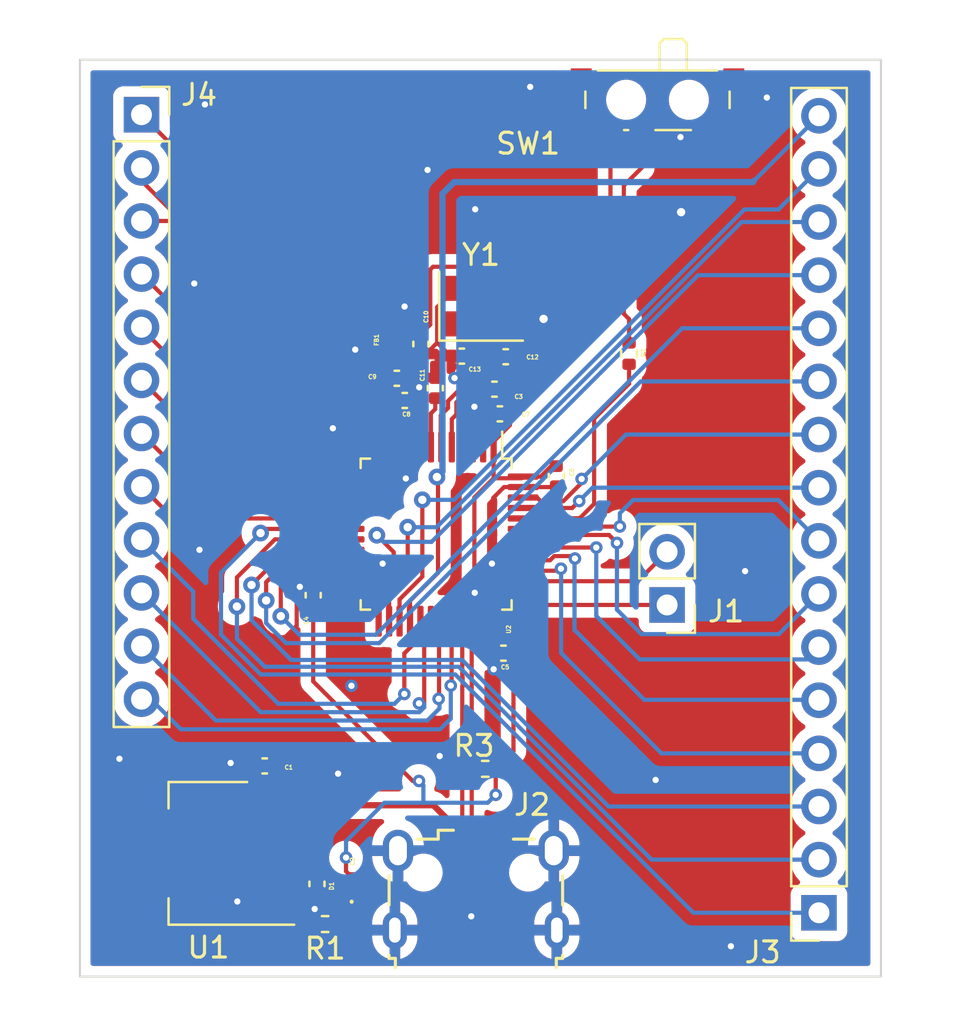
<source format=kicad_pcb>
(kicad_pcb (version 20211014) (generator pcbnew)
  (layers (0 "F.Cu" signal) (31 "B.Cu" signal) (34 "B.Paste" user) (35 "F.Paste" user) (36 "B.SilkS" user "B.Silkscreen") (37 "F.SilkS" user "F.Silkscreen") (38 "B.Mask" user) (39 "F.Mask" user) (44 "Edge.Cuts" user))
  (net 0 "")
  (net 1 "VBUS")
  (net 2 "GND")
  (net 3 "+3.3V")
  (net 4 "+3.3VA")
  (net 5 "/NRST")
  (net 6 "/HSE_IN")
  (net 7 "/HSE_OUT")
  (net 8 "Net-(D1-Pad1)")
  (net 9 "SWDIO")
  (net 10 "SWCLK")
  (net 11 "USB_D-")
  (net 12 "USB_D+")
  (net 14 "/SW BOOT0")
  (net 15 "Net-(R2-Pad2)")
  (net 19 "PB0")
  (net 20 "PB1")
  (net 21 "PB2")
  (net 22 "PB3")
  (net 23 "PB4")
  (net 24 "PB5")
  (net 25 "PB6")
  (net 26 "PB7")
  (net 27 "PB8")
  (net 28 "PB9")
  (net 29 "PB10")
  (net 30 "PB11")
  (net 31 "PB12")
  (net 32 "PB13")
  (net 33 "PB14")
  (net 34 "PB15")
  (net 35 "PA2")
  (net 36 "PA3")
  (net 37 "PA4")
  (net 38 "PA5")
  (net 39 "PA6")
  (net 40 "PA7")
  (net 41 "PA8")
  (net 42 "PA9")
  (net 43 "PA10")
  (net 44 "PA11")
  (net 45 "PA0")
  (net 46 "PA1")
  (footprint "Capacitor_SMD:C_0402_1005Metric" (layer "F.Cu") (at 149.38 92.05 180)
    (fp_text reference "C3")
    (fp_text value "10u")
  )
  (footprint "LED_SMD:LED_0201_0603Metric" (layer "F.Cu") (at 142.55 115.69 90)
    (fp_text reference "D1")
    (fp_text value "RED")
  )
  (footprint "Capacitor_SMD:C_0402_1005Metric" (layer "F.Cu") (at 144.71 91.53)
    (fp_text reference "C9")
    (fp_text value "1u")
  )
  (footprint "Capacitor_SMD:C_0402_1005Metric" (layer "F.Cu") (at 152.34 96.21 -90)
    (fp_text reference "C6")
    (fp_text value "100n")
  )
  (footprint "Resistor_SMD:R_0402_1005Metric" (layer "F.Cu") (at 155.82 90.35 -90)
    (fp_text reference "R2")
    (fp_text value "10k")
  )
  (footprint "Connector_PinSocket_2.54mm:PinSocket_1x16_P2.54mm_Vertical" (layer "F.Cu") (at 164.905 117.08 180)
    (fp_text reference "J3")
    (fp_text value "Conn_01x16_Male")
  )
  (footprint "Resistor_SMD:R_0402_1005Metric" (layer "F.Cu") (at 141.28 117.62 180)
    (fp_text reference "R1")
    (fp_text value "1K5")
  )
  (footprint "Capacitor_SMD:C_0402_1005Metric" (layer "F.Cu") (at 149.64 93.23 180)
    (fp_text reference "C7")
    (fp_text value "100n")
  )
  (footprint "Connector_PinHeader_2.54mm:PinHeader_1x02_P2.54mm_Vertical" (layer "F.Cu") (at 157.64 102.365 180)
    (fp_text reference "J1")
    (fp_text value "Conn_01x02_Female")
  )
  (footprint "Inductor_SMD:L_0402_1005Metric" (layer "F.Cu") (at 144.42 89.89 -90)
    (fp_text reference "FB1")
    (fp_text value "120R")
  )
  (footprint "Capacitor_SMD:C_0402_1005Metric" (layer "F.Cu") (at 140.71 101.9 90)
    (fp_text reference "C4")
    (fp_text value "100n")
  )
  (footprint "Package_QFP:LQFP-48_7x7mm_P0.5mm" (layer "F.Cu") (at 146.59 98.98 -90)
    (fp_text reference "U2")
    (fp_text value "STM32F103C8T6")
  )
  (footprint "Capacitor_SMD:C_0402_1005Metric" (layer "F.Cu") (at 145.09 92.59)
    (fp_text reference "C8")
    (fp_text value "100n")
  )
  (footprint "Capacitor_SMD:C_0402_1005Metric" (layer "F.Cu") (at 149.92 90.5)
    (fp_text reference "C12")
    (fp_text value "10p")
  )
  (footprint "Package_TO_SOT_SMD:SOT-223-3_TabPin2" (layer "F.Cu") (at 135.7 114.24 180)
    (fp_text reference "U1")
    (fp_text value "AMS1117-3.3")
  )
  (footprint "Connector_PinSocket_2.54mm:PinSocket_1x12_P2.54mm_Vertical" (layer "F.Cu") (at 132.495 78.93)
    (fp_text reference "J4")
    (fp_text value "Conn_01x12_Male")
  )
  (footprint "Crystal:Crystal_SMD_3225-4Pin_3.2x2.5mm" (layer "F.Cu") (at 148.74 88.08)
    (fp_text reference "Y1")
    (fp_text value "16MHz")
  )
  (footprint "Capacitor_SMD:C_0402_1005Metric" (layer "F.Cu") (at 138.39 110.06 180)
    (fp_text reference "C1")
    (fp_text value "22u")
  )
  (footprint "Resistor_SMD:R_0402_1005Metric" (layer "F.Cu") (at 148.94 110.2 180)
    (fp_text reference "R3")
    (fp_text value "1K5")
  )
  (footprint "Capacitor_SMD:C_0402_1005Metric" (layer "F.Cu") (at 147.82 90.47 180)
    (fp_text reference "C13")
    (fp_text value "10p")
  )
  (footprint "Capacitor_SMD:C_0402_1005Metric" (layer "F.Cu") (at 140.89 115.7 -90)
    (fp_text reference "C2")
    (fp_text value "22u")
  )
  (footprint "Capacitor_SMD:C_0402_1005Metric" (layer "F.Cu") (at 149.81 104.67 180)
    (fp_text reference "C5")
    (fp_text value "100n")
  )
  (footprint "Button_Switch_SMD:SW_SPDT_PCM12" (layer "F.Cu") (at 157.18 78.545 180)
    (fp_text reference "SW1")
    (fp_text value "SW_SPDT")
  )
  (footprint "Capacitor_SMD:C_0402_1005Metric" (layer "F.Cu") (at 145.86 89.89 -90)
    (fp_text reference "C10")
    (fp_text value "1u")
  )
  (footprint "Capacitor_SMD:C_0402_1005Metric" (layer "F.Cu") (at 146.55 92 90)
    (fp_text reference "C11")
    (fp_text value "100n")
  )
  (footprint "Connector_USB:USB_Micro-B_Wuerth_629105150521" (layer "F.Cu") (at 148.49 115.96)
    (fp_text reference "J2")
    (fp_text value "USB_B_Micro")
  )
  (gr_rect (start 167.87 120.13) (end 129.55 76.3) (layer "Edge.Cuts") (width 0.1) (fill none))
  (segment (start 147.19 114.06) (end 147.19 112.67) (width 0.3) (layer "F.Cu") (net 1))
  (segment (start 147.19 112.67) (end 146.46 111.94) (width 0.3) (layer "F.Cu") (net 1))
  (segment (start 146.46 111.94) (end 138.85 111.94) (width 0.3) (layer "F.Cu") (net 1))
  (segment (start 138.85 110.27) (end 138.85 111.94) (width 0.2) (layer "F.Cu") (net 1))
  (segment (start 147.34 91.39) (end 147.47 91.52) (width 0.2) (layer "F.Cu") (net 2))
  (segment (start 148.9 91.54) (end 148.9 92.05) (width 0.2) (layer "F.Cu") (net 2))
  (segment (start 146.64 88.13) (end 147.54 87.23) (width 0.2) (layer "F.Cu") (net 2))
  (segment (start 139.92 101.81) (end 140.31 101.42) (width 0.2) (layer "F.Cu") (net 2))
  (segment (start 159.43 82.47) (end 159.43 79.975) (width 0.2) (layer "F.Cu") (net 2))
  (segment (start 145.57 91.91) (end 145.19 91.53) (width 0.2) (layer "F.Cu") (net 2))
  (segment (start 138.14 110.06) (end 138.14 105.13995) (width 0.2) (layer "F.Cu") (net 2))
  (segment (start 147.34 90.47) (end 147.34 91.39) (width 0.2) (layer "F.Cu") (net 2))
  (segment (start 150.7525 96.73) (end 152.3 96.73) (width 0.2) (layer "F.Cu") (net 2))
  (segment (start 140.890001 116.18) (end 140.530001 116.54) (width 0.2) (layer "F.Cu") (net 2))
  (segment (start 149.33 104.67) (end 148.84 104.18) (width 0.2) (layer "F.Cu") (net 2))
  (segment (start 140.77 117.62) (end 140.28 117.13) (width 0.2) (layer "F.Cu") (net 2))
  (segment (start 148.84 104.18) (end 148.84 103.1425) (width 0.2) (layer "F.Cu") (net 2))
  (segment (start 146.64 89.83) (end 146.64 88.13) (width 0.2) (layer "F.Cu") (net 2))
  (segment (start 145.19 91.53) (end 145.19 91.04) (width 0.2) (layer "F.Cu") (net 2))
  (segment (start 152.3 96.73) (end 152.34 96.69) (width 0.2) (layer "F.Cu") (net 2))
  (segment (start 147.54 87.23) (end 147.64 87.23) (width 0.2) (layer "F.Cu") (net 2))
  (segment (start 148.9 92.97) (end 149.16 93.23) (width 0.2) (layer "F.Cu") (net 2))
  (segment (start 149.770984 91.31) (end 149.13 91.31) (width 0.2) (layer "F.Cu") (net 2))
  (segment (start 146.1 90.37) (end 146.64 89.83) (width 0.2) (layer "F.Cu") (net 2))
  (segment (start 145.96 91.52) (end 146.55 91.52) (width 0.2) (layer "F.Cu") (net 2))
  (segment (start 138.85 116.54) (end 136.690001 114.380001) (width 0.2) (layer "F.Cu") (net 2))
  (segment (start 140.28 117.13) (end 139.44 117.13) (width 0.2) (layer "F.Cu") (net 2))
  (segment (start 136.690001 110.97) (end 137.6 110.06) (width 0.2) (layer "F.Cu") (net 2))
  (segment (start 150.7525 96.73) (end 149.84 96.73) (width 0.2) (layer "F.Cu") (net 2))
  (segment (start 148.84 102.184584) (end 148.437708 101.782292) (width 0.2) (layer "F.Cu") (net 2))
  (segment (start 149.84 96.73) (end 149.32 97.25) (width 0.2) (layer "F.Cu") (net 2))
  (segment (start 145.84 94.8175) (end 145.84 95.62) (width 0.2) (layer "F.Cu") (net 2))
  (segment (start 151.73 88.69) (end 150.08 88.69) (width 0.2) (layer "F.Cu") (net 2))
  (segment (start 139.44 117.13) (end 138.85 116.54) (width 0.2) (layer "F.Cu") (net 2))
  (segment (start 140.530001 116.54) (end 138.85 116.54) (width 0.2) (layer "F.Cu") (net 2))
  (segment (start 150.4 89.49) (end 149.84 88.93) (width 0.2) (layer "F.Cu") (net 2))
  (segment (start 147.34 90.47) (end 147.28 90.47) (width 0.2) (layer "F.Cu") (net 2))
  (segment (start 138.14 105.13995) (end 139.92 103.35995) (width 0.2) (layer "F.Cu") (net 2))
  (segment (start 140.9 101.23) (end 140.71 101.42) (width 0.2) (layer "F.Cu") (net 2))
  (segment (start 136.690001 114.380001) (end 136.690001 110.97) (width 0.2) (layer "F.Cu") (net 2))
  (segment (start 142.4275 101.23) (end 140.9 101.23) (width 0.2) (layer "F.Cu") (net 2))
  (segment (start 148.84 103.1425) (end 148.84 102.184584) (width 0.2) (layer "F.Cu") (net 2))
  (segment (start 150.4 90.5) (end 150.4 89.49) (width 0.2) (layer "F.Cu") (net 2))
  (segment (start 150.4 90.5) (end 150.4 90.680984) (width 0.2) (layer "F.Cu") (net 2))
  (segment (start 145.57 92.59) (end 145.57 91.91) (width 0.2) (layer "F.Cu") (net 2))
  (segment (start 158.31 83.59) (end 159.43 82.47) (width 0.2) (layer "F.Cu") (net 2))
  (segment (start 148.9 92.05) (end 148.9 92.97) (width 0.2) (layer "F.Cu") (net 2))
  (segment (start 145.84 92.86) (end 145.57 92.59) (width 0.2) (layer "F.Cu") (net 2))
  (segment (start 139.92 103.35995) (end 139.92 101.81) (width 0.2) (layer "F.Cu") (net 2))
  (segment (start 149.13 91.31) (end 148.9 91.54) (width 0.2) (layer "F.Cu") (net 2))
  (segment (start 150.4 90.680984) (end 149.770984 91.31) (width 0.2) (layer "F.Cu") (net 2))
  (segment (start 145.84 95.62) (end 145.14 96.32) (width 0.2) (layer "F.Cu") (net 2))
  (segment (start 145.86 90.37) (end 146.1 90.37) (width 0.2) (layer "F.Cu") (net 2))
  (segment (start 150.08 88.69) (end 149.84 88.93) (width 0.2) (layer "F.Cu") (net 2))
  (segment (start 145.19 91.04) (end 145.86 90.37) (width 0.2) (layer "F.Cu") (net 2))
  (segment (start 145.84 94.8175) (end 145.84 92.86) (width 0.2) (layer "F.Cu") (net 2))
  (segment (start 140.31 101.42) (end 140.71 101.42) (width 0.2) (layer "F.Cu") (net 2))
  (segment (start 145.57 91.91) (end 145.96 91.52) (width 0.2) (layer "F.Cu") (net 2))
  (segment (start 142.4275 101.23) (end 143.19 101.23) (width 0.2) (layer "F.Cu") (net 2))
  (segment (start 137.6 110.06) (end 138.14 110.06) (width 0.2) (layer "F.Cu") (net 2))
  (segment (start 143.19 101.23) (end 144.03 100.39) (width 0.2) (layer "F.Cu") (net 2))
  (segment (start 147.28 90.47) (end 146.64 89.83) (width 0.2) (layer "F.Cu") (net 2))
  (via (at 148.46 83.45) (size 0.6) (drill 0.3) (layers "F.Cu" "B.Cu") (net 2))
  (via (at 157.09 110.73) (size 0.6) (drill 0.3) (layers "F.Cu" "B.Cu") (net 2))
  (via (at 147.47 91.52) (size 0.6) (drill 0.3) (layers "F.Cu" "B.Cu") (net 2))
  (via (at 162.41 78.11) (size 0.6) (drill 0.3) (layers "F.Cu" "B.Cu") (net 2))
  (via (at 148.437708 101.782292) (size 0.6) (drill 0.3) (layers "F.Cu" "B.Cu") (net 2))
  (via (at 148.27 117.25) (size 0.6) (drill 0.3) (layers "F.Cu" "B.Cu") (net 2))
  (via (at 148.42 92.89) (size 0.6) (drill 0.3) (layers "F.Cu" "B.Cu") (net 2))
  (via (at 141.9 110.43) (size 0.6) (drill 0.3) (layers "F.Cu" "B.Cu") (net 2))
  (via (at 140.78 116.9) (size 0.6) (drill 0.3) (layers "F.Cu" "B.Cu") (net 2))
  (via (at 141.65 93.92) (size 0.6) (drill 0.3) (layers "F.Cu" "B.Cu") (net 2))
  (via (at 145.78 91.96) (size 0.6) (drill 0.3) (layers "F.Cu" "B.Cu") (net 2))
  (via (at 142.72 90.16) (size 0.6) (drill 0.3) (layers "F.Cu" "B.Cu") (net 2))
  (via (at 149.26 100.39) (size 0.6) (drill 0.3) (layers "F.Cu" "B.Cu") (net 2))
  (via (at 135.27 99.73) (size 0.6) (drill 0.3) (layers "F.Cu" "B.Cu") (net 2))
  (via (at 135.53 78.44) (size 0.6) (drill 0.3) (layers "F.Cu" "B.Cu") (net 2))
  (via (at 149.34 105.44) (size 0.6) (drill 0.3) (layers "F.Cu" "B.Cu") (net 2))
  (via (at 144.03 100.39) (size 0.6) (drill 0.3) (layers "F.Cu" "B.Cu") (net 2))
  (via (at 151.73 88.69) (size 0.8) (drill 0.4) (layers "F.Cu" "B.Cu") (net 2))
  (via (at 158.31 83.59) (size 0.8) (drill 0.4) (layers "F.Cu" "B.Cu") (net 2))
  (via (at 161.37 100.75) (size 0.6) (drill 0.3) (layers "F.Cu" "B.Cu") (net 2))
  (via (at 160.69 118.68) (size 0.6) (drill 0.3) (layers "F.Cu" "B.Cu") (net 2))
  (via (at 137.08 116.54) (size 0.6) (drill 0.3) (layers "F.Cu" "B.Cu") (net 2))
  (via (at 131.44 109.72) (size 0.6) (drill 0.3) (layers "F.Cu" "B.Cu") (net 2))
  (via (at 136.76 109.92) (size 0.6) (drill 0.3) (layers "F.Cu" "B.Cu") (net 2))
  (via (at 145.14 96.32) (size 0.6) (drill 0.3) (layers "F.Cu" "B.Cu") (net 2))
  (via (at 146.18 81.57) (size 0.6) (drill 0.3) (layers "F.Cu" "B.Cu") (net 2))
  (via (at 151.09 77.6) (size 0.6) (drill 0.3) (layers "F.Cu" "B.Cu") (net 2))
  (via (at 140.07 101.5) (size 0.6) (drill 0.3) (layers "F.Cu" "B.Cu") (net 2))
  (via (at 145.08 88.1) (size 0.6) (drill 0.3) (layers "F.Cu" "B.Cu") (net 2))
  (via (at 158.28 80) (size 0.6) (drill 0.3) (layers "F.Cu" "B.Cu") (net 2))
  (via (at 142.54 106.23) (size 0.6) (drill 0.3) (layers "F.Cu" "B.Cu") (net 2))
  (via (at 146.76 109.59) (size 0.6) (drill 0.3) (layers "F.Cu" "B.Cu") (net 2))
  (via (at 135.02 87) (size 0.6) (drill 0.3) (layers "F.Cu" "B.Cu") (net 2))
  (segment (start 157.97 83.93) (end 157.85 83.93) (width 0.2) (layer "B.Cu") (net 2))
  (segment (start 158.31 83.59) (end 157.97 83.93) (width 0.2) (layer "B.Cu") (net 2))
  (segment (start 157.85 83.93) (end 153.09 88.69) (width 0.2) (layer "B.Cu") (net 2))
  (segment (start 153.09 88.69) (end 151.73 88.69) (width 0.2) (layer "B.Cu") (net 2))
  (segment (start 149.86 92.05) (end 150.77 92.05) (width 0.2) (layer "F.Cu") (net 3))
  (segment (start 149.34 103.1425) (end 149.34 101.94) (width 0.2) (layer "F.Cu") (net 3))
  (segment (start 148.42 97.23) (end 149.34 96.31) (width 0.2) (layer "F.Cu") (net 3))
  (segment (start 150.12 93.77) (end 150.12 93.23) (width 0.2) (layer "F.Cu") (net 3))
  (segment (start 154.91 87.97) (end 154.93 87.95) (width 0.2) (layer "F.Cu") (net 3))
  (segment (start 150.7525 96.23) (end 151.59 96.23) (width 0.2) (layer "F.Cu") (net 3))
  (segment (start 151.19 86.2) (end 146.44 86.2) (width 0.2) (layer "F.Cu") (net 3))
  (segment (start 152.505 90.315) (end 152.37 90.18) (width 0.2) (layer "F.Cu") (net 3))
  (segment (start 132.55 116.17) (end 134.547 118.167) (width 0.2) (layer "F.Cu") (net 3))
  (segment (start 149.34 94.8175) (end 149.34 94.55) (width 0.2) (layer "F.Cu") (net 3))
  (segment (start 149.86 92.97) (end 150.12 93.23) (width 0.2) (layer "F.Cu") (net 3))
  (segment (start 151.59 96.23) (end 152.09 95.73) (width 0.2) (layer "F.Cu") (net 3))
  (segment (start 140.71 102.38) (end 141.7775 102.38) (width 0.2) (layer "F.Cu") (net 3))
  (segment (start 152.37 87.38) (end 151.19 86.2) (width 0.2) (layer "F.Cu") (net 3))
  (segment (start 142.66 115.37) (end 142.55 115.37) (width 0.2) (layer "F.Cu") (net 3))
  (segment (start 145.855 89.405) (end 145.86 89.41) (width 0.2) (layer "F.Cu") (net 3))
  (segment (start 142.28 114.44) (end 142.28 115.1) (width 0.2) (layer "F.Cu") (net 3))
  (segment (start 140.71 102.38) (end 140.71 106.02) (width 0.2) (layer "F.Cu") (net 3))
  (segment (start 154.93 87.95) (end 154.93 79.975) (width 0.2) (layer "F.Cu") (net 3))
  (segment (start 132.55 114.24) (end 132.55 116.17) (width 0.2) (layer "F.Cu") (net 3))
  (segment (start 146.31 86.33) (end 146.31 88.96) (width 0.2) (layer "F.Cu") (net 3))
  (segment (start 142.510001 115.355) (end 141.025 115.355) (width 0.2) (layer "F.Cu") (net 3))
  (segment (start 140.89 115.22) (end 140.89 115) (width 0.2) (layer "F.Cu") (net 3))
  (segment (start 142.143 118.167) (end 142.977 117.333) (width 0.2) (layer "F.Cu") (net 3))
  (segment (start 153.025 89.795) (end 154.85 87.97) (width 0.2) (layer "F.Cu") (net 3))
  (segment (start 152.37 90.18) (end 152.37 87.38) (width 0.2) (layer "F.Cu") (net 3))
  (segment (start 152.505 90.315) (end 153.025 89.795) (width 0.2) (layer "F.Cu") (net 3))
  (segment (start 146.31 88.96) (end 145.86 89.41) (width 0.2) (layer "F.Cu") (net 3))
  (segment (start 154.85 87.97) (end 154.91 87.97) (width 0.2) (layer "F.Cu") (net 3))
  (segment (start 149.34 103.72) (end 150.29 104.67) (width 0.2) (layer "F.Cu") (net 3))
  (segment (start 149.86 92.05) (end 149.86 92.97) (width 0.2) (layer "F.Cu") (net 3))
  (segment (start 149.34 101.94) (end 148.42 101.02) (width 0.2) (layer "F.Cu") (net 3))
  (segment (start 144.42 89.405) (end 145.855 89.405) (width 0.2) (layer "F.Cu") (net 3))
  (segment (start 149.45 110.2) (end 150.29 109.36) (width 0.2) (layer "F.Cu") (net 3))
  (segment (start 146.44 86.2) (end 146.31 86.33) (width 0.2) (layer "F.Cu") (net 3))
  (segment (start 141.025 115.355) (end 140.89 115.22) (width 0.2) (layer "F.Cu") (net 3))
  (segment (start 150.29 109.36) (end 150.29 104.67) (width 0.2) (layer "F.Cu") (net 3))
  (segment (start 140.71 106.02) (end 145.47 110.78) (width 0.2) (layer "F.Cu") (net 3))
  (segment (start 149.34 94.55) (end 150.12 93.77) (width 0.2) (layer "F.Cu") (net 3))
  (segment (start 150.77 92.05) (end 152.505 90.315) (width 0.2) (layer "F.Cu") (net 3))
  (segment (start 148.42 101.02) (end 148.42 97.23) (width 0.2) (layer "F.Cu") (net 3))
  (segment (start 141.7775 102.38) (end 142.4275 101.73) (width 0.2) (layer "F.Cu") (net 3))
  (segment (start 149.34 96.31) (end 150.6725 96.31) (width 0.2) (layer "F.Cu") (net 3))
  (segment (start 140.13 114.24) (end 138.85 114.24) (width 0.2) (layer "F.Cu") (net 3))
  (segment (start 149.34 103.1425) (end 149.34 103.72) (width 0.2) (layer "F.Cu") (net 3))
  (segment (start 149.34 96.31) (end 149.34 94.8175) (width 0.2) (layer "F.Cu") (net 3))
  (segment (start 145.47 110.78) (end 145.77 110.78) (width 0.2) (layer "F.Cu") (net 3))
  (segment (start 152.09 95.73) (end 152.34 95.73) (width 0.2) (layer "F.Cu") (net 3))
  (segment (start 149.44 111.44) (end 149.44 110.21) (width 0.2) (layer "F.Cu") (net 3))
  (segment (start 140.89 115) (end 140.13 114.24) (width 0.2) (layer "F.Cu") (net 3))
  (segment (start 142.977 115.687) (end 142.66 115.37) (width 0.2) (layer "F.Cu") (net 3))
  (segment (start 149.44 110.21) (end 149.45 110.2) (width 0.2) (layer "F.Cu") (net 3))
  (segment (start 142.28 115.1) (end 142.55 115.37) (width 0.2) (layer "F.Cu") (net 3))
  (segment (start 150.6725 96.31) (end 150.7525 96.23) (width 0.2) (layer "F.Cu") (net 3))
  (segment (start 142.977 117.333) (end 142.977 115.687) (width 0.2) (layer "F.Cu") (net 3))
  (segment (start 134.547 118.167) (end 142.143 118.167) (width 0.2) (layer "F.Cu") (net 3))
  (via (at 149.44 111.44) (size 0.6) (drill 0.3) (layers "F.Cu" "B.Cu") (net 3))
  (via (at 145.77 110.78) (size 0.6) (drill 0.3) (layers "F.Cu" "B.Cu") (net 3))
  (via (at 142.28 114.44) (size 0.6) (drill 0.3) (layers "F.Cu" "B.Cu") (net 3))
  (segment (start 145.98 110.99) (end 145.77 110.78) (width 0.2) (layer "B.Cu") (net 3))
  (segment (start 142.28 113.66) (end 144.12 111.82) (width 0.2) (layer "B.Cu") (net 3))
  (segment (start 145.98 111.82) (end 149.06 111.82) (width 0.2) (layer "B.Cu") (net 3))
  (segment (start 142.28 114.44) (end 142.28 113.66) (width 0.2) (layer "B.Cu") (net 3))
  (segment (start 145.98 111.82) (end 145.98 110.99) (width 0.2) (layer "B.Cu") (net 3))
  (segment (start 144.12 111.82) (end 145.98 111.82) (width 0.2) (layer "B.Cu") (net 3))
  (segment (start 149.06 111.82) (end 149.44 111.44) (width 0.2) (layer "B.Cu") (net 3))
  (segment (start 144.17 92.15) (end 144.17 91.59) (width 0.2) (layer "F.Cu") (net 4))
  (segment (start 144.61 92.99) (end 144.61 92.59) (width 0.2) (layer "F.Cu") (net 4))
  (segment (start 145.22 93.92967) (end 145.34 94.04967) (width 0.2) (layer "F.Cu") (net 4))
  (segment (start 145.22 93.92967) (end 145.22 93.6) (width 0.2) (layer "F.Cu") (net 4))
  (segment (start 145.22 93.6) (end 144.61 92.99) (width 0.2) (layer "F.Cu") (net 4))
  (segment (start 144.17 91.59) (end 144.23 91.53) (width 0.2) (layer "F.Cu") (net 4))
  (segment (start 144.23 90.565) (end 144.42 90.375) (width 0.2) (layer "F.Cu") (net 4))
  (segment (start 144.23 91.53) (end 144.23 90.565) (width 0.2) (layer "F.Cu") (net 4))
  (segment (start 145.34 94.04967) (end 145.34 94.8175) (width 0.2) (layer "F.Cu") (net 4))
  (segment (start 144.61 92.59) (end 144.17 92.15) (width 0.2) (layer "F.Cu") (net 4))
  (segment (start 146.55 92.48) (end 146.55 93) (width 0.2) (layer "F.Cu") (net 5))
  (segment (start 146.55 93) (end 146.34 93.21) (width 0.2) (layer "F.Cu") (net 5))
  (segment (start 146.34 93.21) (end 146.34 94.8175) (width 0.2) (layer "F.Cu") (net 5))
  (segment (start 147.34 93.48) (end 147.56 93.26) (width 0.2) (layer "F.Cu") (net 6))
  (segment (start 148.84 90.13) (end 148.84 88.13) (width 0.2) (layer "F.Cu") (net 6))
  (segment (start 147.34 94.8175) (end 147.34 93.48) (width 0.2) (layer "F.Cu") (net 6))
  (segment (start 147.56 93.26) (end 147.56 92.68) (width 0.2) (layer "F.Cu") (net 6))
  (segment (start 147.56 92.68) (end 148.393 91.847) (width 0.2) (layer "F.Cu") (net 6))
  (segment (start 148.393 91.547) (end 149.44 90.5) (width 0.2) (layer "F.Cu") (net 6))
  (segment (start 149.74 87.23) (end 149.84 87.23) (width 0.2) (layer "F.Cu") (net 6))
  (segment (start 148.84 88.13) (end 149.74 87.23) (width 0.2) (layer "F.Cu") (net 6))
  (segment (start 148.393 91.847) (end 148.393 91.547) (width 0.2) (layer "F.Cu") (net 6))
  (segment (start 149.21 90.5) (end 148.84 90.13) (width 0.2) (layer "F.Cu") (net 6))
  (segment (start 149.44 90.5) (end 149.21 90.5) (width 0.2) (layer "F.Cu") (net 6))
  (segment (start 147.16 92.95) (end 146.81 93.3) (width 0.2) (layer "F.Cu") (net 7))
  (segment (start 148.3 90.47) (end 148.3 91.177552) (width 0.2) (layer "F.Cu") (net 7))
  (segment (start 148.066 91.711552) (end 147.16 92.617552) (width 0.2) (layer "F.Cu") (net 7))
  (segment (start 146.81 93.3) (end 146.81 94.7875) (width 0.2) (layer "F.Cu") (net 7))
  (segment (start 148.3 91.177552) (end 148.066 91.411552) (width 0.2) (layer "F.Cu") (net 7))
  (segment (start 148.066 91.411552) (end 148.066 91.711552) (width 0.2) (layer "F.Cu") (net 7))
  (segment (start 147.16 92.617552) (end 147.16 92.95) (width 0.2) (layer "F.Cu") (net 7))
  (segment (start 146.81 94.7875) (end 146.84 94.8175) (width 0.2) (layer "F.Cu") (net 7))
  (segment (start 148.3 90.47) (end 148.3 89.59) (width 0.2) (layer "F.Cu") (net 7))
  (segment (start 148.3 89.59) (end 147.64 88.93) (width 0.2) (layer "F.Cu") (net 7))
  (segment (start 141.79 117.62) (end 141.79 116.715001) (width 0.2) (layer "F.Cu") (net 8))
  (segment (start 141.79 116.715001) (end 142.510001 115.995) (width 0.2) (layer "F.Cu") (net 8))
  (segment (start 150.7525 101.73) (end 151.3875 102.365) (width 0.2) (layer "F.Cu") (net 9))
  (segment (start 151.3875 102.365) (end 157.64 102.365) (width 0.2) (layer "F.Cu") (net 9))
  (segment (start 156.235 101.23) (end 157.64 99.825) (width 0.2) (layer "F.Cu") (net 10))
  (segment (start 150.7525 101.23) (end 156.235 101.23) (width 0.2) (layer "F.Cu") (net 10))
  (segment (start 147.84 106.275291) (end 147.857 106.258291) (width 0.2) (layer "F.Cu") (net 11))
  (segment (start 147.857 106.258291) (end 147.857 105.821709) (width 0.2) (layer "F.Cu") (net 11))
  (segment (start 147.84 114.06) (end 147.84 106.275291) (width 0.2) (layer "F.Cu") (net 11))
  (segment (start 147.857 105.821709) (end 147.84 105.804709) (width 0.2) (layer "F.Cu") (net 11))
  (segment (start 147.84 105.804709) (end 147.84 103.1425) (width 0.2) (layer "F.Cu") (net 11))
  (segment (start 148.290001 105.618341) (end 148.290001 103.192499) (width 0.2) (layer "F.Cu") (net 12))
  (segment (start 148.292 105.62034) (end 148.290001 105.618341) (width 0.2) (layer "F.Cu") (net 12))
  (segment (start 148.49 114.06) (end 148.292 113.862) (width 0.2) (layer "F.Cu") (net 12))
  (segment (start 148.290001 103.192499) (end 148.34 103.1425) (width 0.2) (layer "F.Cu") (net 12))
  (segment (start 148.292 113.862) (end 148.292 105.62034) (width 0.2) (layer "F.Cu") (net 12))
  (segment (start 155.82 88.7) (end 155.57 88.45) (width 0.2) (layer "F.Cu") (net 14))
  (segment (start 155.57 88.45) (end 155.57 82.32) (width 0.2) (layer "F.Cu") (net 14))
  (segment (start 155.82 89.84) (end 155.82 88.7) (width 0.2) (layer "F.Cu") (net 14))
  (segment (start 155.57 82.32) (end 156.43 81.46) (width 0.2) (layer "F.Cu") (net 14))
  (segment (start 156.43 81.46) (end 156.43 79.975) (width 0.2) (layer "F.Cu") (net 14))
  (segment (start 154.15 93.46) (end 154.15 97.53) (width 0.2) (layer "F.Cu") (net 15))
  (segment (start 155.82 90.86) (end 155.82 91.79) (width 0.2) (layer "F.Cu") (net 15))
  (segment (start 154.15 97.53) (end 153.46 98.22) (width 0.2) (layer "F.Cu") (net 15))
  (segment (start 155.82 91.79) (end 154.15 93.46) (width 0.2) (layer "F.Cu") (net 15))
  (segment (start 153.46 98.22) (end 150.7625 98.22) (width 0.2) (layer "F.Cu") (net 15))
  (segment (start 150.7625 98.22) (end 150.7525 98.23) (width 0.2) (layer "F.Cu") (net 15))
  (segment (start 138.39 98.73) (end 142.4275 98.73) (width 0.2) (layer "F.Cu") (net 19))
  (segment (start 138.1905 98.9295) (end 138.39 98.73) (width 0.2) (layer "F.Cu") (net 19))
  (via (at 138.1905 98.9295) (size 0.8) (drill 0.4) (layers "F.Cu" "B.Cu") (net 19))
  (segment (start 158.895291 117.08) (end 164.905 117.08) (width 0.2) (layer "B.Cu") (net 19))
  (segment (start 138.1905 98.9295) (end 136.3 100.82) (width 0.2) (layer "B.Cu") (net 19))
  (segment (start 136.3 103.784314) (end 138.205686 105.69) (width 0.2) (layer "B.Cu") (net 19))
  (segment (start 147.505291 105.69) (end 158.895291 117.08) (width 0.2) (layer "B.Cu") (net 19))
  (segment (start 136.3 100.82) (end 136.3 103.784314) (width 0.2) (layer "B.Cu") (net 19))
  (segment (start 138.205686 105.69) (end 147.505291 105.69) (width 0.2) (layer "B.Cu") (net 19))
  (segment (start 137.06 101.04995) (end 137.06 102.44) (width 0.2) (layer "F.Cu") (net 20))
  (segment (start 142.4275 99.23) (end 138.87995 99.23) (width 0.2) (layer "F.Cu") (net 20))
  (segment (start 138.87995 99.23) (end 137.06 101.04995) (width 0.2) (layer "F.Cu") (net 20))
  (via (at 137.06 102.44) (size 0.8) (drill 0.4) (layers "F.Cu" "B.Cu") (net 20))
  (segment (start 137.06 102.44) (end 137.06 103.978628) (width 0.2) (layer "B.Cu") (net 20))
  (segment (start 156.9 114.54) (end 164.905 114.54) (width 0.2) (layer "B.Cu") (net 20))
  (segment (start 137.06 103.978628) (end 138.401372 105.32) (width 0.2) (layer "B.Cu") (net 20))
  (segment (start 138.401372 105.32) (end 147.68 105.32) (width 0.2) (layer "B.Cu") (net 20))
  (segment (start 147.68 105.32) (end 156.9 114.54) (width 0.2) (layer "B.Cu") (net 20))
  (segment (start 137.7595 101.41) (end 137.76 101.41) (width 0.2) (layer "F.Cu") (net 21))
  (segment (start 139.44 99.73) (end 142.4275 99.73) (width 0.2) (layer "F.Cu") (net 21))
  (segment (start 137.76 101.41) (end 139.44 99.73) (width 0.2) (layer "F.Cu") (net 21))
  (via (at 137.7595 101.41) (size 0.8) (drill 0.4) (layers "F.Cu" "B.Cu") (net 21))
  (segment (start 147.833 104.993) (end 154.84 112) (width 0.2) (layer "B.Cu") (net 21))
  (segment (start 137.76 103.1) (end 139.653 104.993) (width 0.2) (layer "B.Cu") (net 21))
  (segment (start 137.76 101.4105) (end 137.76 103.1) (width 0.2) (layer "B.Cu") (net 21))
  (segment (start 154.84 112) (end 164.905 112) (width 0.2) (layer "B.Cu") (net 21))
  (segment (start 139.653 104.993) (end 147.833 104.993) (width 0.2) (layer "B.Cu") (net 21))
  (segment (start 137.7595 101.41) (end 137.76 101.4105) (width 0.2) (layer "B.Cu") (net 21))
  (segment (start 152.56 100.6305) (end 152.4605 100.73) (width 0.2) (layer "F.Cu") (net 22))
  (segment (start 152.4605 100.73) (end 150.7525 100.73) (width 0.2) (layer "F.Cu") (net 22))
  (via (at 152.56 100.6305) (size 0.6) (drill 0.3) (layers "F.Cu" "B.Cu") (net 22))
  (segment (start 152.57 104.66) (end 157.37 109.46) (width 0.2) (layer "B.Cu") (net 22))
  (segment (start 152.56 100.6305) (end 152.57 100.6405) (width 0.2) (layer "B.Cu") (net 22))
  (segment (start 157.37 109.46) (end 164.905 109.46) (width 0.2) (layer "B.Cu") (net 22))
  (segment (start 152.57 100.6405) (end 152.57 104.66) (width 0.2) (layer "B.Cu") (net 22))
  (segment (start 152.04 100.23) (end 150.7525 100.23) (width 0.2) (layer "F.Cu") (net 23))
  (segment (start 152.2395 100.0305) (end 152.04 100.23) (width 0.2) (layer "F.Cu") (net 23))
  (segment (start 153.23 100.1465) (end 153.114 100.0305) (width 0.2) (layer "F.Cu") (net 23))
  (segment (start 153.114 100.0305) (end 152.2395 100.0305) (width 0.2) (layer "F.Cu") (net 23))
  (via (at 153.23 100.1465) (size 0.6) (drill 0.3) (layers "F.Cu" "B.Cu") (net 23))
  (segment (start 153.21 103.56) (end 156.55 106.9) (width 0.2) (layer "B.Cu") (net 23))
  (segment (start 156.55 106.9) (end 164.885 106.9) (width 0.2) (layer "B.Cu") (net 23))
  (segment (start 153.21 100.1665) (end 153.21 103.56) (width 0.2) (layer "B.Cu") (net 23))
  (segment (start 153.23 100.1465) (end 153.21 100.1665) (width 0.2) (layer "B.Cu") (net 23))
  (segment (start 164.885 106.9) (end 164.905 106.92) (width 0.2) (layer "B.Cu") (net 23))
  (segment (start 152.084314 99.62) (end 154.25 99.62) (width 0.2) (layer "F.Cu") (net 24))
  (segment (start 150.7525 99.73) (end 151.974314 99.73) (width 0.2) (layer "F.Cu") (net 24))
  (segment (start 151.974314 99.73) (end 152.084314 99.62) (width 0.2) (layer "F.Cu") (net 24))
  (via (at 154.25 99.62) (size 0.6) (drill 0.3) (layers "F.Cu" "B.Cu") (net 24))
  (segment (start 164.315 104.97) (end 164.905 104.38) (width 0.2) (layer "B.Cu") (net 24))
  (segment (start 154.25 102.89) (end 154.25 99.62) (width 0.2) (layer "B.Cu") (net 24))
  (segment (start 156.33 104.97) (end 154.25 102.89) (width 0.2) (layer "B.Cu") (net 24))
  (segment (start 156.33 104.97) (end 164.315 104.97) (width 0.2) (layer "B.Cu") (net 24))
  (segment (start 154.86 99.02) (end 152.19 99.02) (width 0.2) (layer "F.Cu") (net 25))
  (segment (start 152.19 99.02) (end 151.98 99.23) (width 0.2) (layer "F.Cu") (net 25))
  (segment (start 155.24 99.4) (end 154.86 99.02) (width 0.2) (layer "F.Cu") (net 25))
  (segment (start 151.98 99.23) (end 150.7525 99.23) (width 0.2) (layer "F.Cu") (net 25))
  (via (at 155.24 99.4) (size 0.6) (drill 0.3) (layers "F.Cu" "B.Cu") (net 25))
  (segment (start 164.905 101.84) (end 162.985 103.76) (width 0.2) (layer "B.Cu") (net 25))
  (segment (start 162.985 103.76) (end 156.41 103.76) (width 0.2) (layer "B.Cu") (net 25))
  (segment (start 155.24 102.59) (end 155.24 99.4) (width 0.2) (layer "B.Cu") (net 25))
  (segment (start 156.41 103.76) (end 155.24 102.59) (width 0.2) (layer "B.Cu") (net 25))
  (segment (start 151.91 98.62) (end 155.370892 98.62) (width 0.2) (layer "F.Cu") (net 26))
  (segment (start 151.8 98.73) (end 150.7525 98.73) (width 0.2) (layer "F.Cu") (net 26))
  (segment (start 151.9 98.63) (end 151.91 98.62) (width 0.2) (layer "F.Cu") (net 26))
  (segment (start 155.370892 98.62) (end 155.378335 98.612557) (width 0.2) (layer "F.Cu") (net 26))
  (segment (start 151.9 98.63) (end 151.8 98.73) (width 0.2) (layer "F.Cu") (net 26))
  (via (at 155.378335 98.612557) (size 0.6) (drill 0.3) (layers "F.Cu" "B.Cu") (net 26))
  (segment (start 155.378335 98.612557) (end 155.378335 97.981665) (width 0.2) (layer "B.Cu") (net 26))
  (segment (start 156.01 97.35) (end 162.955 97.35) (width 0.2) (layer "B.Cu") (net 26))
  (segment (start 155.378335 97.981665) (end 156.01 97.35) (width 0.2) (layer "B.Cu") (net 26))
  (segment (start 162.955 97.35) (end 164.905 99.3) (width 0.2) (layer "B.Cu") (net 26))
  (segment (start 150.7525 97.73) (end 153.102178 97.73) (width 0.2) (layer "F.Cu") (net 27))
  (segment (start 153.102178 97.73) (end 153.436089 97.396089) (width 0.2) (layer "F.Cu") (net 27))
  (via (at 153.436089 97.396089) (size 0.6) (drill 0.3) (layers "F.Cu" "B.Cu") (net 27))
  (segment (start 164.905 96.76) (end 154.072178 96.76) (width 0.2) (layer "B.Cu") (net 27))
  (segment (start 154.072178 96.76) (end 153.436089 97.396089) (width 0.2) (layer "B.Cu") (net 27))
  (segment (start 150.7525 97.23) (end 151.417092 97.23) (width 0.2) (layer "F.Cu") (net 28))
  (segment (start 153.5505 96.5295) (end 153.5505 96.341459) (width 0.2) (layer "F.Cu") (net 28))
  (segment (start 152.677 97.403) (end 153.5505 96.5295) (width 0.2) (layer "F.Cu") (net 28))
  (segment (start 151.417092 97.23) (end 151.590092 97.403) (width 0.2) (layer "F.Cu") (net 28))
  (segment (start 151.590092 97.403) (end 152.677 97.403) (width 0.2) (layer "F.Cu") (net 28))
  (via (at 153.5505 96.341459) (size 0.6) (drill 0.3) (layers "F.Cu" "B.Cu") (net 28))
  (segment (start 155.671959 94.22) (end 164.905 94.22) (width 0.2) (layer "B.Cu") (net 28))
  (segment (start 153.5505 96.341459) (end 155.671959 94.22) (width 0.2) (layer "B.Cu") (net 28))
  (segment (start 138.4595 101.62) (end 138.4595 102.151155) (width 0.2) (layer "F.Cu") (net 29))
  (segment (start 142.4275 100.23) (end 139.505686 100.23) (width 0.2) (layer "F.Cu") (net 29))
  (segment (start 138.527843 101.207843) (end 138.4595 101.276186) (width 0.2) (layer "F.Cu") (net 29))
  (segment (start 138.4595 101.276186) (end 138.4595 101.62) (width 0.2) (layer "F.Cu") (net 29))
  (segment (start 139.505686 100.23) (end 138.527843 101.207843) (width 0.2) (layer "F.Cu") (net 29))
  (via (at 138.4595 102.151155) (size 0.8) (drill 0.4) (layers "F.Cu" "B.Cu") (net 29))
  (segment (start 139.415686 104.19) (end 143.87 104.19) (width 0.2) (layer "B.Cu") (net 29))
  (segment (start 143.87 104.19) (end 156.38 91.68) (width 0.2) (layer "B.Cu") (net 29))
  (segment (start 138.4595 103.233814) (end 139.415686 104.19) (width 0.2) (layer "B.Cu") (net 29))
  (segment (start 156.38 91.68) (end 164.905 91.68) (width 0.2) (layer "B.Cu") (net 29))
  (segment (start 138.4595 102.151155) (end 138.4595 103.233814) (width 0.2) (layer "B.Cu") (net 29))
  (segment (start 139.159 102.903072) (end 139.159 101.281) (width 0.2) (layer "F.Cu") (net 30))
  (segment (start 139.159 101.281) (end 139.71 100.73) (width 0.2) (layer "F.Cu") (net 30))
  (segment (start 139.71 100.73) (end 142.4275 100.73) (width 0.2) (layer "F.Cu") (net 30))
  (via (at 139.159 102.903072) (size 0.8) (drill 0.4) (layers "F.Cu" "B.Cu") (net 30))
  (segment (start 140.045928 103.79) (end 143.704314 103.79) (width 0.2) (layer "B.Cu") (net 30))
  (segment (start 158.354314 89.14) (end 164.905 89.14) (width 0.2) (layer "B.Cu") (net 30))
  (segment (start 143.704314 103.79) (end 158.354314 89.14) (width 0.2) (layer "B.Cu") (net 30))
  (segment (start 139.159 102.903072) (end 140.045928 103.79) (width 0.2) (layer "B.Cu") (net 30))
  (segment (start 143.84 103.1425) (end 143.84 102.175104) (width 0.2) (layer "F.Cu") (net 31))
  (segment (start 144.56 101.455104) (end 144.56 99.836539) (width 0.2) (layer "F.Cu") (net 31))
  (segment (start 143.84 102.175104) (end 144.56 101.455104) (width 0.2) (layer "F.Cu") (net 31))
  (segment (start 144.56 99.836539) (end 143.752666 99.029205) (width 0.2) (layer "F.Cu") (net 31))
  (via (at 143.752666 99.029205) (size 0.8) (drill 0.4) (layers "F.Cu" "B.Cu") (net 31))
  (segment (start 159.122448 86.6) (end 164.905 86.6) (width 0.2) (layer "B.Cu") (net 31))
  (segment (start 146.373954 99.348494) (end 159.122448 86.6) (width 0.2) (layer "B.Cu") (net 31))
  (segment (start 143.752666 99.029205) (end 144.071955 99.348494) (width 0.2) (layer "B.Cu") (net 31))
  (segment (start 144.071955 99.348494) (end 146.373954 99.348494) (width 0.2) (layer "B.Cu") (net 31))
  (segment (start 144.34 102.137552) (end 145.231 101.246552) (width 0.2) (layer "F.Cu") (net 32))
  (segment (start 145.231 101.246552) (end 145.231 98.648494) (width 0.2) (layer "F.Cu") (net 32))
  (segment (start 144.34 103.1425) (end 144.34 102.137552) (width 0.2) (layer "F.Cu") (net 32))
  (via (at 145.231 98.648494) (size 0.8) (drill 0.4) (layers "F.Cu" "B.Cu") (net 32))
  (segment (start 145.231 98.648494) (end 146.611506 98.648494) (width 0.2) (layer "B.Cu") (net 32))
  (segment (start 161.2 84.06) (end 164.905 84.06) (width 0.2) (layer "B.Cu") (net 32))
  (segment (start 146.611506 98.648494) (end 161.2 84.06) (width 0.2) (layer "B.Cu") (net 32))
  (segment (start 144.84 102.1) (end 144.84 103.1425) (width 0.2) (layer "F.Cu") (net 33))
  (segment (start 145.9305 97.34) (end 145.9305 101.0095) (width 0.2) (layer "F.Cu") (net 33))
  (segment (start 145.9305 101.0095) (end 144.84 102.1) (width 0.2) (layer "F.Cu") (net 33))
  (via (at 145.9305 97.34) (size 0.8) (drill 0.4) (layers "F.Cu" "B.Cu") (net 33))
  (segment (start 161.337552 83.46) (end 162.965 83.46) (width 0.2) (layer "B.Cu") (net 33))
  (segment (start 145.9305 97.34) (end 147.457552 97.34) (width 0.2) (layer "B.Cu") (net 33))
  (segment (start 147.457552 97.34) (end 161.337552 83.46) (width 0.2) (layer "B.Cu") (net 33))
  (segment (start 162.965 83.46) (end 164.905 81.52) (width 0.2) (layer "B.Cu") (net 33))
  (segment (start 146.68 96.3) (end 146.68 100.83) (width 0.2) (layer "F.Cu") (net 34))
  (segment (start 146.68 100.83) (end 145.34 102.17) (width 0.2) (layer "F.Cu") (net 34))
  (segment (start 145.34 102.17) (end 145.34 103.1425) (width 0.2) (layer "F.Cu") (net 34))
  (segment (start 146.63 96.25) (end 146.68 96.3) (width 0.2) (layer "F.Cu") (net 34))
  (via (at 146.63 96.25) (size 0.8) (drill 0.4) (layers "F.Cu" "B.Cu") (net 34))
  (segment (start 161.785 82.1) (end 161.735 82.15) (width 0.3) (layer "B.Cu") (net 34))
  (segment (start 164.905 78.98) (end 161.785 82.1) (width 0.2) (layer "B.Cu") (net 34))
  (segment (start 146.893 82.707) (end 146.893 95.987) (width 0.3) (layer "B.Cu") (net 34))
  (segment (start 161.735 82.15) (end 147.45 82.15) (width 0.3) (layer "B.Cu") (net 34))
  (segment (start 147.45 82.15) (end 146.893 82.707) (width 0.3) (layer "B.Cu") (net 34))
  (segment (start 146.893 95.987) (end 146.63 96.25) (width 0.3) (layer "B.Cu") (net 34))
  (segment (start 146.6 96.22) (end 146.63 96.25) (width 0.2) (layer "B.Cu") (net 34))
  (segment (start 143.84 94.8175) (end 143.84 94) (width 0.2) (layer "F.Cu") (net 35))
  (segment (start 143.84 94) (end 133.85 84.01) (width 0.2) (layer "F.Cu") (net 35))
  (segment (start 133.85 84.01) (end 132.495 84.01) (width 0.2) (layer "F.Cu") (net 35))
  (segment (start 141.3 96.23) (end 134.58 89.51) (width 0.2) (layer "F.Cu") (net 36))
  (segment (start 132.495 86.705) (end 132.495 86.55) (width 0.2) (layer "F.Cu") (net 36))
  (segment (start 134.58 89.51) (end 134.58 88.635) (width 0.2) (layer "F.Cu") (net 36))
  (segment (start 142.4275 96.23) (end 141.3 96.23) (width 0.2) (layer "F.Cu") (net 36))
  (segment (start 134.58 88.635) (end 132.495 86.55) (width 0.2) (layer "F.Cu") (net 36))
  (segment (start 140.07 96.73) (end 132.495 89.155) (width 0.2) (layer "F.Cu") (net 37))
  (segment (start 132.495 89.155) (end 132.495 89.09) (width 0.2) (layer "F.Cu") (net 37))
  (segment (start 142.4275 96.73) (end 140.07 96.73) (width 0.2) (layer "F.Cu") (net 37))
  (segment (start 132.495 91.63) (end 138.095 97.23) (width 0.2) (layer "F.Cu") (net 38))
  (segment (start 138.095 97.23) (end 142.4275 97.23) (width 0.2) (layer "F.Cu") (net 38))
  (segment (start 132.495 94.17) (end 136.055 97.73) (width 0.2) (layer "F.Cu") (net 39))
  (segment (start 136.055 97.73) (end 142.4275 97.73) (width 0.2) (layer "F.Cu") (net 39))
  (segment (start 142.4275 98.23) (end 134.015 98.23) (width 0.2) (layer "F.Cu") (net 40))
  (segment (start 134.015 98.23) (end 132.495 96.71) (width 0.2) (layer "F.Cu") (net 40))
  (segment (start 145.84 103.91033) (end 145.84 103.1425) (width 0.2) (layer "F.Cu") (net 41))
  (segment (start 145.07 106.62) (end 145.07 104.68033) (width 0.2) (layer "F.Cu") (net 41))
  (segment (start 145.07 104.68033) (end 145.84 103.91033) (width 0.2) (layer "F.Cu") (net 41))
  (via (at 145.07 106.62) (size 0.6) (drill 0.3) (layers "F.Cu" "B.Cu") (net 41))
  (segment (start 139.04 107.09) (end 144.6 107.09) (width 0.2) (layer "B.Cu") (net 41))
  (segment (start 132.495 99.25) (end 134.97 101.725) (width 0.2) (layer "B.Cu") (net 41))
  (segment (start 134.97 103.02) (end 139.04 107.09) (width 0.2) (layer "B.Cu") (net 41))
  (segment (start 144.6 107.09) (end 145.160138 106.529862) (width 0.2) (layer "B.Cu") (net 41))
  (segment (start 134.97 101.725) (end 134.97 103.02) (width 0.2) (layer "B.Cu") (net 41))
  (segment (start 146.02 107.11) (end 146.02 104.33033) (width 0.2) (layer "F.Cu") (net 42))
  (segment (start 146.39 103.1925) (end 146.34 103.1425) (width 0.2) (layer "F.Cu") (net 42))
  (segment (start 146.39 103.96033) (end 146.39 103.1925) (width 0.2) (layer "F.Cu") (net 42))
  (segment (start 146.02 104.33033) (end 146.39 103.96033) (width 0.2) (layer "F.Cu") (net 42))
  (via (at 145.77 107.07) (size 0.6) (drill 0.3) (layers "F.Cu" "B.Cu") (net 42))
  (segment (start 137.87 107.165) (end 138.195 107.49) (width 0.2) (layer "B.Cu") (net 42))
  (segment (start 146.02 107.26) (end 146.02 107.11) (width 0.2) (layer "B.Cu") (net 42))
  (segment (start 138.195 107.49) (end 145.79 107.49) (width 0.2) (layer "B.Cu") (net 42))
  (segment (start 132.495 101.79) (end 137.87 107.165) (width 0.2) (layer "B.Cu") (net 42))
  (segment (start 145.79 107.49) (end 146.02 107.26) (width 0.2) (layer "B.Cu") (net 42))
  (segment (start 146.84 104.08) (end 146.84 103.1425) (width 0.2) (layer "F.Cu") (net 43))
  (segment (start 146.73 104.19) (end 146.84 104.08) (width 0.2) (layer "F.Cu") (net 43))
  (segment (start 146.73 106.653625) (end 146.73 104.19) (width 0.2) (layer "F.Cu") (net 43))
  (segment (start 146.7505 106.674125) (end 146.73 106.653625) (width 0.2) (layer "F.Cu") (net 43))
  (via (at 146.7105 106.854125) (size 0.6) (drill 0.3) (layers "F.Cu" "B.Cu") (net 43))
  (segment (start 132.495 104.33) (end 136.055 107.89) (width 0.2) (layer "B.Cu") (net 43))
  (segment (start 146.17 107.89) (end 146.69 107.37) (width 0.2) (layer "B.Cu") (net 43))
  (segment (start 136.35 107.89) (end 146.17 107.89) (width 0.2) (layer "B.Cu") (net 43))
  (segment (start 146.69 107.37) (end 146.7505 107.3095) (width 0.2) (layer "B.Cu") (net 43))
  (segment (start 136.055 107.89) (end 136.35 107.89) (width 0.2) (layer "B.Cu") (net 43))
  (segment (start 146.7505 107.3095) (end 146.7505 106.674125) (width 0.2) (layer "B.Cu") (net 43))
  (segment (start 147.33 103.3725) (end 147.29 103.3325) (width 0.2) (layer "F.Cu") (net 44))
  (segment (start 147.33 106.18) (end 147.33 103.3725) (width 0.2) (layer "F.Cu") (net 44))
  (segment (start 147.33 103.1525) (end 147.34 103.1425) (width 0.2) (layer "F.Cu") (net 44))
  (segment (start 147.29 106.22) (end 147.33 106.18) (width 0.2) (layer "F.Cu") (net 44))
  (via (at 147.29 106.22) (size 0.6) (drill 0.3) (layers "F.Cu" "B.Cu") (net 44))
  (segment (start 146.78 108.31) (end 134.38 108.31) (width 0.2) (layer "B.Cu") (net 44))
  (segment (start 147.29 106.22) (end 147.29 107.8) (width 0.2) (layer "B.Cu") (net 44))
  (segment (start 132.94 106.87) (end 132.495 106.87) (width 0.2) (layer "B.Cu") (net 44))
  (segment (start 147.29 107.8) (end 146.78 108.31) (width 0.2) (layer "B.Cu") (net 44))
  (segment (start 134.38 108.31) (end 132.94 106.87) (width 0.2) (layer "B.Cu") (net 44))
  (segment (start 147.29 106.22) (end 147.29 106.12) (width 0.2) (layer "B.Cu") (net 44))
  (segment (start 147.29 106.12) (end 147.35 106.06) (width 0.2) (layer "B.Cu") (net 44))
  (segment (start 144.84 94.8175) (end 144.795 94.7725) (width 0.2) (layer "F.Cu") (net 45))
  (segment (start 134.53 83.558628) (end 134.53 80.965) (width 0.2) (layer "F.Cu") (net 45))
  (segment (start 144.795 93.823628) (end 134.53 83.558628) (width 0.2) (layer "F.Cu") (net 45))
  (segment (start 134.53 80.965) (end 132.495 78.93) (width 0.2) (layer "F.Cu") (net 45))
  (segment (start 144.795 94.7725) (end 144.795 93.823628) (width 0.2) (layer "F.Cu") (net 45))
  (segment (start 144.29 93.884314) (end 132.495 82.089314) (width 0.2) (layer "F.Cu") (net 46))
  (segment (start 144.29 94.84) (end 144.29 93.884314) (width 0.2) (layer "F.Cu") (net 46))
  (segment (start 132.495 82.089314) (end 132.495 81.47) (width 0.2) (layer "F.Cu") (net 46))
  (zone (net 2) (net_name "GND") (layer "F.Cu") (connect_pads (clearance 0.508)) (min_thickness 0.254) (fill yes (thermal_gap 0.508) (thermal_bridge_width 0.508))
    (polygon (pts (xy 167.82 120.09) (xy 129.63 120.04) (xy 129.62 120.07) (xy 129.6 120.07) (xy 129.61 76.36) (xy 167.8 76.35)))
  )
  (zone (net 2) (net_name "GND") (layer "B.Cu") (connect_pads (clearance 0.508)) (min_thickness 0.254) (fill yes (thermal_gap 0.508) (thermal_bridge_width 0.508))
    (polygon (pts (xy 167.82 120.07) (xy 167.84 120.07) (xy 167.82 120.08) (xy 129.6 120.08) (xy 129.6 76.35) (xy 167.82 76.34)))
  )
)
</source>
